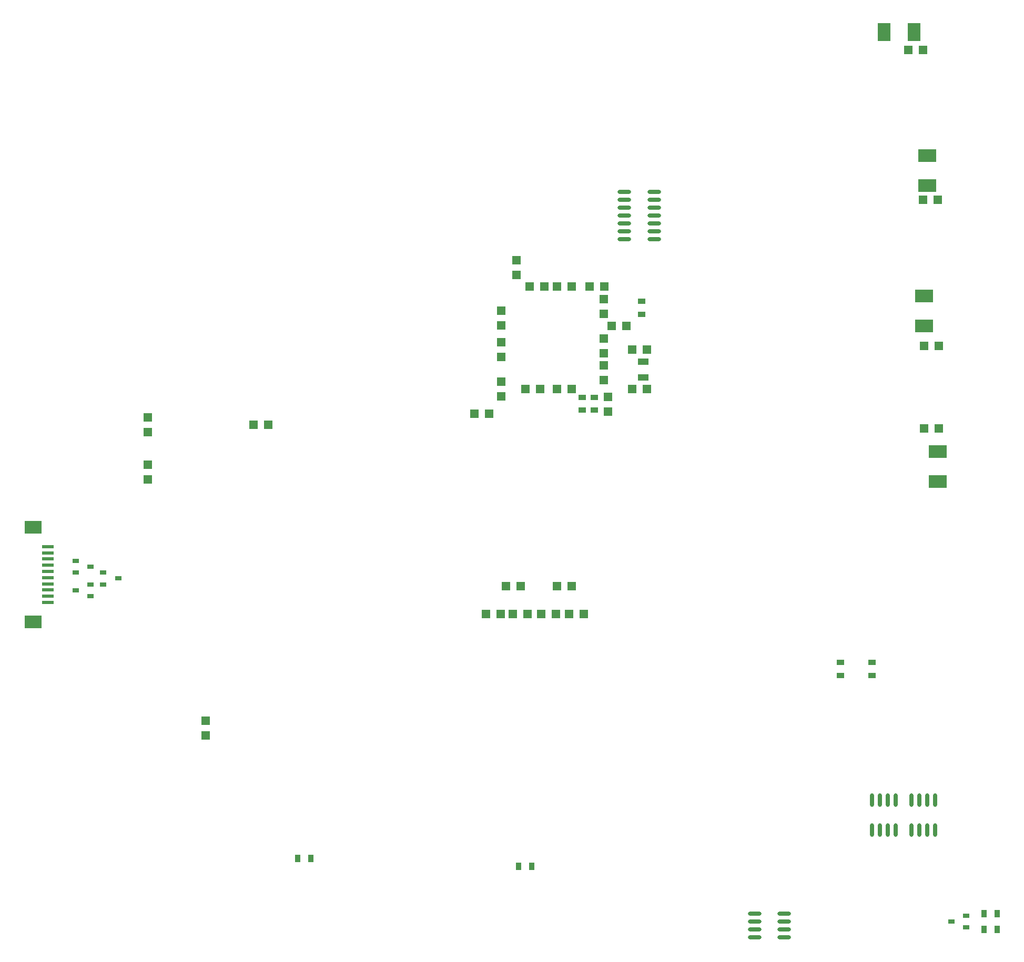
<source format=gbp>
G04 Layer_Color=128*
%FSLAX24Y24*%
%MOIN*%
G70*
G01*
G75*
%ADD13R,0.0532X0.0571*%
%ADD14R,0.0335X0.0512*%
%ADD16R,0.0571X0.0532*%
%ADD22O,0.0236X0.0866*%
%ADD23R,0.0512X0.0335*%
%ADD28O,0.0866X0.0236*%
%ADD50R,0.0827X0.1177*%
%ADD54R,0.0394X0.0276*%
%ADD129R,0.0709X0.0394*%
%ADD130R,0.0748X0.0236*%
%ADD131R,0.1102X0.0827*%
%ADD132R,0.1177X0.0827*%
D13*
X32963Y16750D02*
D03*
X32037D02*
D03*
X32213Y18500D02*
D03*
X31287D02*
D03*
X31213Y16750D02*
D03*
X30287D02*
D03*
X28487D02*
D03*
X29413D02*
D03*
X28037Y18500D02*
D03*
X28963D02*
D03*
X36963Y31000D02*
D03*
X36037D02*
D03*
X36963Y33500D02*
D03*
X36037D02*
D03*
X27713Y16750D02*
D03*
X26787D02*
D03*
X26037Y29450D02*
D03*
X26963D02*
D03*
X29537Y37500D02*
D03*
X30463D02*
D03*
X32213D02*
D03*
X31287D02*
D03*
X33337D02*
D03*
X34263D02*
D03*
X35663Y35000D02*
D03*
X34737D02*
D03*
X31287Y31000D02*
D03*
X32213D02*
D03*
X30213D02*
D03*
X29287D02*
D03*
X12963Y28750D02*
D03*
X12037D02*
D03*
X53537Y52500D02*
D03*
X54463D02*
D03*
X55413Y43000D02*
D03*
X54487D02*
D03*
X54537Y28500D02*
D03*
X55463D02*
D03*
Y33750D02*
D03*
X54537D02*
D03*
D14*
X29663Y750D02*
D03*
X28837D02*
D03*
X15663Y1250D02*
D03*
X14837D02*
D03*
X58337Y-3250D02*
D03*
X59163D02*
D03*
Y-2250D02*
D03*
X58337D02*
D03*
D16*
X27750Y33037D02*
D03*
Y33963D02*
D03*
X5350Y25287D02*
D03*
Y26213D02*
D03*
Y28287D02*
D03*
Y29213D02*
D03*
X9000Y9963D02*
D03*
Y9037D02*
D03*
X27750Y35963D02*
D03*
Y35037D02*
D03*
X28700Y38237D02*
D03*
Y39163D02*
D03*
X34250Y36713D02*
D03*
Y35787D02*
D03*
Y34213D02*
D03*
Y33287D02*
D03*
Y32513D02*
D03*
Y31587D02*
D03*
X34500Y30513D02*
D03*
Y29587D02*
D03*
X27750Y31463D02*
D03*
Y30537D02*
D03*
D22*
X52750Y3055D02*
D03*
X52250D02*
D03*
X51750D02*
D03*
X51250D02*
D03*
X52750Y4945D02*
D03*
X52250D02*
D03*
X51750D02*
D03*
X51250D02*
D03*
X55250Y3055D02*
D03*
X54750D02*
D03*
X54250D02*
D03*
X53750D02*
D03*
X55250Y4945D02*
D03*
X54750D02*
D03*
X54250D02*
D03*
X53750D02*
D03*
D23*
X49250Y12837D02*
D03*
Y13663D02*
D03*
X51250Y12837D02*
D03*
Y13663D02*
D03*
X32870Y29663D02*
D03*
Y30490D02*
D03*
X33657Y29663D02*
D03*
Y30490D02*
D03*
X36650Y35737D02*
D03*
Y36563D02*
D03*
D28*
X37445Y43500D02*
D03*
Y43000D02*
D03*
Y42500D02*
D03*
Y42000D02*
D03*
Y41500D02*
D03*
Y41000D02*
D03*
Y40500D02*
D03*
X35555Y43500D02*
D03*
Y43000D02*
D03*
Y42500D02*
D03*
Y42000D02*
D03*
Y41500D02*
D03*
Y41000D02*
D03*
Y40500D02*
D03*
X45695Y-2250D02*
D03*
Y-2750D02*
D03*
Y-3250D02*
D03*
Y-3750D02*
D03*
X43805Y-2250D02*
D03*
Y-2750D02*
D03*
Y-3250D02*
D03*
Y-3750D02*
D03*
D50*
X53897Y53650D02*
D03*
X52003D02*
D03*
D54*
X56278Y-2750D02*
D03*
X57222Y-3124D02*
D03*
Y-2376D02*
D03*
X1722Y18624D02*
D03*
Y17876D02*
D03*
X778Y18250D02*
D03*
X1722Y19750D02*
D03*
X778Y20124D02*
D03*
Y19376D02*
D03*
X3472Y19000D02*
D03*
X2528Y19374D02*
D03*
Y18626D02*
D03*
D129*
X36750Y32742D02*
D03*
Y31758D02*
D03*
D130*
X-1000Y21022D02*
D03*
Y20628D02*
D03*
Y20234D02*
D03*
Y19841D02*
D03*
Y19447D02*
D03*
Y19053D02*
D03*
Y18659D02*
D03*
Y18266D02*
D03*
Y17872D02*
D03*
Y17478D02*
D03*
D131*
X-1925Y16238D02*
D03*
Y22262D02*
D03*
D132*
X54750Y45797D02*
D03*
Y43903D02*
D03*
X55400Y25153D02*
D03*
Y27047D02*
D03*
X54550Y36897D02*
D03*
Y35003D02*
D03*
M02*

</source>
